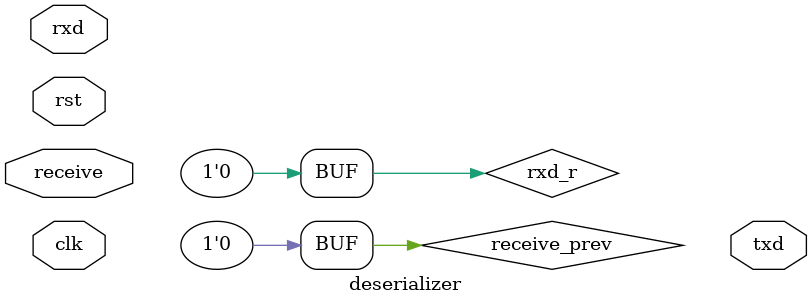
<source format=v>
`timescale 1ns / 1ps


module deserializer(
    input clk,
    input rst,
    input receive,
    input rxd,
    output [7:0] txd
);

localparam STATE0 = 2'd0;
localparam STATE1 = 2'd1;
localparam STATE2 = 2'd2;
localparam STATE3 = 2'd3;

reg [1:0] state = STATE0;
reg [9:0] txd_r = 0;
reg receive_prev = 0;
reg rxd_r = 0;
reg [3:0] cnt = 0;

always @(posedge clk) begin
     if (rst) state <= STATE0;
     else begin
        case (state)
            STATE0: //check for rising edge on receive
            begin
                if (receive == 1 & receive_prev == 0) begin
                   state <= STATE1;
                   cnt <= 0;
                end
            end
            STATE1: //receive data
            begin
                txd_r[cnt] <= rxd;
                cnt <= cnt + 1;
                if (cnt == 4'b1100) state <= STATE2;
            end
        endcase
     end
end

endmodule

</source>
